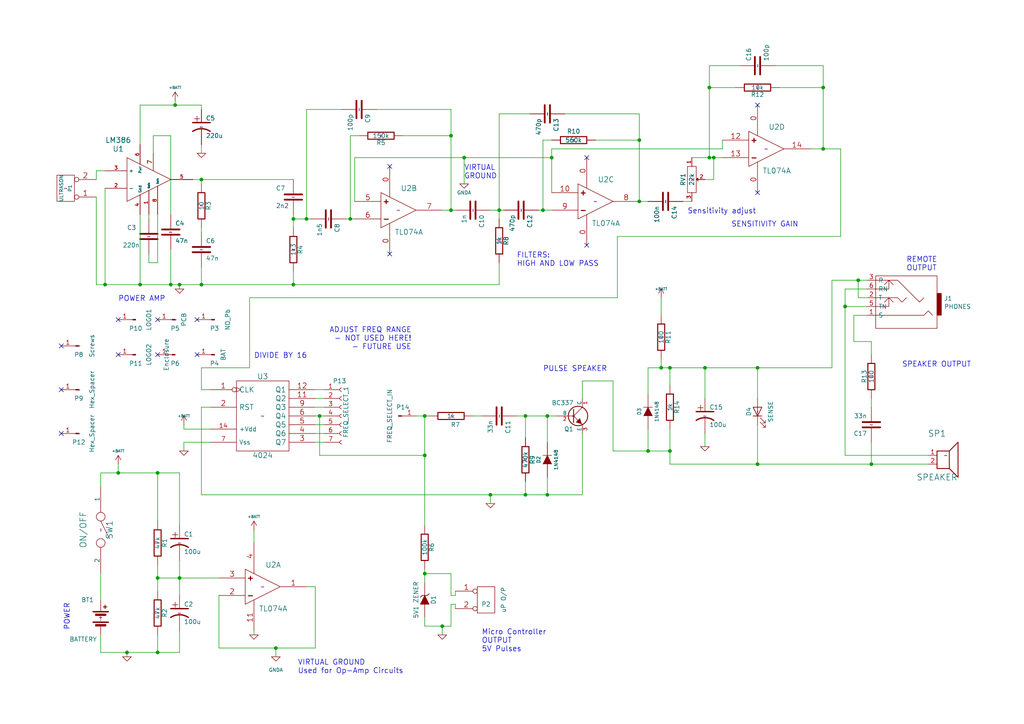
<source format=kicad_sch>
(kicad_sch (version 20231120) (generator "eeschema") (generator_version "8.0")
  (paper "A4")
  (title_block (title "Bat Listener Schematic") (date "2019-11-24") (rev "4") (company "The Curious Electric Company"))
  (junction (at 130.81 60.96))
  (junction (at 85.09 82.55))
  (junction (at 45.72 189.23))
  (junction (at 158.75 120.65))
  (junction (at 101.6 63.5))
  (junction (at 219.71 106.68))
  (junction (at 245.11 88.9))
  (junction (at 152.4 143.51))
  (junction (at 219.71 134.62))
  (junction (at 52.07 167.64))
  (junction (at 194.31 106.68))
  (junction (at 45.72 167.64))
  (junction (at 152.4 120.65))
  (junction (at 40.64 82.55))
  (junction (at 92.71 120.65))
  (junction (at 142.24 143.51))
  (junction (at 52.07 82.55))
  (junction (at 85.09 63.5))
  (junction (at 187.96 130.81))
  (junction (at 207.01 45.72))
  (junction (at 158.75 143.51))
  (junction (at 248.92 81.28))
  (junction (at 204.47 106.68))
  (junction (at 191.77 106.68))
  (junction (at 160.02 45.72))
  (junction (at 144.78 60.96))
  (junction (at 45.72 137.16))
  (junction (at 88.9 63.5))
  (junction (at 128.27 181.61))
  (junction (at 58.42 82.55))
  (junction (at 134.62 45.72))
  (junction (at 252.73 134.62))
  (junction (at 130.81 39.37))
  (junction (at 80.01 187.96))
  (junction (at 205.74 45.72))
  (junction (at 36.83 189.23))
  (junction (at 49.53 82.55))
  (junction (at 185.42 40.64))
  (junction (at 205.74 25.4))
  (junction (at 123.19 166.37))
  (junction (at 194.31 130.81))
  (junction (at 58.42 52.07))
  (junction (at 185.42 58.42))
  (junction (at 123.19 120.65))
  (junction (at 50.8 30.48))
  (junction (at 123.19 132.08))
  (junction (at 34.29 137.16))
  (junction (at 30.48 82.55))
  (junction (at 238.76 25.4))
  (junction (at 157.48 60.96))
  (junction (at 238.76 43.18))
  (no_connect (at 57.15 102.87))
  (no_connect (at 17.78 113.03))
  (no_connect (at 17.78 100.33))
  (no_connect (at 219.71 55.88))
  (no_connect (at 170.18 71.12))
  (no_connect (at 34.29 92.71))
  (no_connect (at 57.15 92.71))
  (no_connect (at 113.03 48.26))
  (no_connect (at 219.71 30.48))
  (no_connect (at 34.29 102.87))
  (no_connect (at 17.78 125.73))
  (no_connect (at 45.72 92.71))
  (no_connect (at 113.03 73.66))
  (no_connect (at 170.18 45.72))
  (no_connect (at 45.72 102.87))
  (wire (pts (xy 27.94 82.55) (xy 27.94 57.15)))
  (wire (pts (xy 88.9 63.5) (xy 85.09 63.5)))
  (wire (pts (xy 30.48 82.55) (xy 40.64 82.55)))
  (wire (pts (xy 200.66 45.72) (xy 205.74 45.72)))
  (wire (pts (xy 130.81 175.26) (xy 132.08 175.26)))
  (wire (pts (xy 177.8 130.81) (xy 187.96 130.81)))
  (wire (pts (xy 44.45 44.45) (xy 44.45 39.37)))
  (wire (pts (xy 91.44 123.19) (xy 93.98 123.19)))
  (wire (pts (xy 205.74 25.4) (xy 205.74 45.72)))
  (wire (pts (xy 205.74 19.05) (xy 205.74 25.4)))
  (wire (pts (xy 130.81 39.37) (xy 130.81 60.96)))
  (wire (pts (xy 58.42 82.55) (xy 85.09 82.55)))
  (wire (pts (xy 132.08 60.96) (xy 130.81 60.96)))
  (wire (pts (xy 185.42 40.64) (xy 172.72 40.64)))
  (wire (pts (xy 194.31 134.62) (xy 219.71 134.62)))
  (wire (pts (xy 58.42 143.51) (xy 142.24 143.51)))
  (wire (pts (xy 34.29 137.16) (xy 29.21 137.16)))
  (wire (pts (xy 132.08 175.26) (xy 132.08 176.53)))
  (wire (pts (xy 52.07 167.64) (xy 63.5 167.64)))
  (wire (pts (xy 45.72 76.2) (xy 43.18 76.2)))
  (wire (pts (xy 168.91 115.57) (xy 168.91 110.49)))
  (wire (pts (xy 45.72 137.16) (xy 45.72 151.13)))
  (wire (pts (xy 52.07 167.64) (xy 52.07 162.56)))
  (wire (pts (xy 44.45 39.37) (xy 49.53 39.37)))
  (wire (pts (xy 191.77 104.14) (xy 191.77 106.68)))
  (wire (pts (xy 185.42 33.02) (xy 185.42 40.64)))
  (wire (pts (xy 241.3 106.68) (xy 219.71 106.68)))
  (wire (pts (xy 152.4 139.7) (xy 152.4 143.51)))
  (wire (pts (xy 58.42 30.48) (xy 58.42 31.75)))
  (wire (pts (xy 104.14 39.37) (xy 101.6 39.37)))
  (wire (pts (xy 72.39 86.36) (xy 179.07 86.36)))
  (wire (pts (xy 207.01 45.72) (xy 207.01 52.07)))
  (wire (pts (xy 34.29 137.16) (xy 34.29 134.62)))
  (wire (pts (xy 205.74 25.4) (xy 213.36 25.4)))
  (wire (pts (xy 209.55 40.64) (xy 209.55 43.18)))
  (wire (pts (xy 248.92 86.36) (xy 248.92 81.28)))
  (wire (pts (xy 60.96 124.46) (xy 53.34 124.46)))
  (wire (pts (xy 63.5 172.72) (xy 63.5 187.96)))
  (wire (pts (xy 142.24 143.51) (xy 152.4 143.51)))
  (wire (pts (xy 207.01 45.72) (xy 209.55 45.72)))
  (wire (pts (xy 163.83 33.02) (xy 185.42 33.02)))
  (wire (pts (xy 52.07 137.16) (xy 45.72 137.16)))
  (wire (pts (xy 144.78 60.96) (xy 144.78 63.5)))
  (wire (pts (xy 52.07 83.82) (xy 52.07 82.55)))
  (wire (pts (xy 219.71 134.62) (xy 252.73 134.62)))
  (wire (pts (xy 109.22 31.75) (xy 130.81 31.75)))
  (wire (pts (xy 157.48 40.64) (xy 157.48 60.96)))
  (wire (pts (xy 247.65 99.06) (xy 247.65 91.44)))
  (wire (pts (xy 245.11 83.82) (xy 245.11 88.9)))
  (wire (pts (xy 142.24 146.05) (xy 142.24 143.51)))
  (wire (pts (xy 53.34 124.46) (xy 53.34 123.19)))
  (wire (pts (xy 156.21 60.96) (xy 157.48 60.96)))
  (wire (pts (xy 142.24 60.96) (xy 144.78 60.96)))
  (wire (pts (xy 245.11 88.9) (xy 251.46 88.9)))
  (wire (pts (xy 90.17 63.5) (xy 88.9 63.5)))
  (wire (pts (xy 91.44 170.18) (xy 88.9 170.18)))
  (wire (pts (xy 252.73 128.27) (xy 252.73 134.62)))
  (wire (pts (xy 85.09 63.5) (xy 85.09 62.23)))
  (wire (pts (xy 92.71 132.08) (xy 123.19 132.08)))
  (wire (pts (xy 252.73 102.87) (xy 252.73 99.06)))
  (wire (pts (xy 49.53 82.55) (xy 52.07 82.55)))
  (wire (pts (xy 194.31 106.68) (xy 204.47 106.68)))
  (wire (pts (xy 123.19 181.61) (xy 128.27 181.61)))
  (wire (pts (xy 187.96 124.46) (xy 187.96 130.81)))
  (wire (pts (xy 45.72 163.83) (xy 45.72 167.64)))
  (wire (pts (xy 160.02 45.72) (xy 134.62 45.72)))
  (wire (pts (xy 45.72 189.23) (xy 45.72 184.15)))
  (wire (pts (xy 187.96 130.81) (xy 194.31 130.81)))
  (wire (pts (xy 27.94 52.07) (xy 27.94 49.53)))
  (wire (pts (xy 85.09 66.04) (xy 85.09 63.5)))
  (wire (pts (xy 248.92 81.28) (xy 251.46 81.28)))
  (wire (pts (xy 198.12 58.42) (xy 200.66 58.42)))
  (wire (pts (xy 123.19 165.1) (xy 123.19 166.37)))
  (wire (pts (xy 153.67 33.02) (xy 144.78 33.02)))
  (wire (pts (xy 123.19 132.08) (xy 123.19 120.65)))
  (wire (pts (xy 29.21 184.15) (xy 29.21 189.23)))
  (wire (pts (xy 101.6 63.5) (xy 102.87 63.5)))
  (wire (pts (xy 99.06 31.75) (xy 88.9 31.75)))
  (wire (pts (xy 85.09 82.55) (xy 85.09 78.74)))
  (wire (pts (xy 194.31 134.62) (xy 194.31 130.81)))
  (wire (pts (xy 91.44 120.65) (xy 92.71 120.65)))
  (wire (pts (xy 219.71 123.19) (xy 219.71 134.62)))
  (wire (pts (xy 91.44 115.57) (xy 93.98 115.57)))
  (wire (pts (xy 52.07 82.55) (xy 58.42 82.55)))
  (wire (pts (xy 58.42 52.07) (xy 85.09 52.07)))
  (wire (pts (xy 40.64 30.48) (xy 50.8 30.48)))
  (wire (pts (xy 251.46 86.36) (xy 248.92 86.36)))
  (wire (pts (xy 179.07 86.36) (xy 179.07 68.58)))
  (wire (pts (xy 152.4 127) (xy 152.4 120.65)))
  (wire (pts (xy 49.53 82.55) (xy 49.53 72.39)))
  (wire (pts (xy 100.33 63.5) (xy 101.6 63.5)))
  (wire (pts (xy 45.72 167.64) (xy 52.07 167.64)))
  (wire (pts (xy 58.42 67.31) (xy 58.42 66.04)))
  (wire (pts (xy 234.95 43.18) (xy 238.76 43.18)))
  (wire (pts (xy 88.9 31.75) (xy 88.9 63.5)))
  (wire (pts (xy 238.76 43.18) (xy 243.84 43.18)))
  (wire (pts (xy 130.81 181.61) (xy 130.81 175.26)))
  (wire (pts (xy 58.42 44.45) (xy 58.42 41.91)))
  (wire (pts (xy 252.73 99.06) (xy 247.65 99.06)))
  (wire (pts (xy 40.64 82.55) (xy 49.53 82.55)))
  (wire (pts (xy 177.8 110.49) (xy 177.8 130.81)))
  (wire (pts (xy 102.87 45.72) (xy 102.87 58.42)))
  (wire (pts (xy 73.66 153.67) (xy 73.66 157.48)))
  (wire (pts (xy 251.46 91.44) (xy 247.65 91.44)))
  (wire (pts (xy 123.19 166.37) (xy 123.19 168.91)))
  (wire (pts (xy 205.74 45.72) (xy 207.01 45.72)))
  (wire (pts (xy 58.42 77.47) (xy 58.42 82.55)))
  (wire (pts (xy 43.18 63.5) (xy 43.18 62.23)))
  (wire (pts (xy 58.42 106.68) (xy 72.39 106.68)))
  (wire (pts (xy 194.31 111.76) (xy 194.31 106.68)))
  (wire (pts (xy 29.21 137.16) (xy 29.21 140.97)))
  (wire (pts (xy 92.71 120.65) (xy 92.71 132.08)))
  (wire (pts (xy 36.83 190.5) (xy 36.83 189.23)))
  (wire (pts (xy 29.21 166.37) (xy 29.21 173.99)))
  (wire (pts (xy 80.01 190.5) (xy 80.01 187.96)))
  (wire (pts (xy 168.91 125.73) (xy 168.91 143.51)))
  (wire (pts (xy 130.81 31.75) (xy 130.81 39.37)))
  (wire (pts (xy 226.06 25.4) (xy 238.76 25.4)))
  (wire (pts (xy 252.73 134.62) (xy 269.24 134.62)))
  (wire (pts (xy 91.44 125.73) (xy 93.98 125.73)))
  (wire (pts (xy 50.8 29.21) (xy 50.8 30.48)))
  (wire (pts (xy 158.75 143.51) (xy 152.4 143.51)))
  (wire (pts (xy 27.94 82.55) (xy 30.48 82.55)))
  (wire (pts (xy 58.42 118.11) (xy 60.96 118.11)))
  (wire (pts (xy 243.84 68.58) (xy 243.84 43.18)))
  (wire (pts (xy 80.01 187.96) (xy 91.44 187.96)))
  (wire (pts (xy 91.44 187.96) (xy 91.44 170.18)))
  (wire (pts (xy 53.34 130.81) (xy 53.34 128.27)))
  (wire (pts (xy 52.07 182.88) (xy 52.07 189.23)))
  (wire (pts (xy 123.19 152.4) (xy 123.19 132.08)))
  (wire (pts (xy 152.4 120.65) (xy 158.75 120.65)))
  (wire (pts (xy 130.81 60.96) (xy 128.27 60.96)))
  (wire (pts (xy 55.88 52.07) (xy 58.42 52.07)))
  (wire (pts (xy 40.64 41.91) (xy 40.64 30.48)))
  (wire (pts (xy 132.08 172.72) (xy 130.81 172.72)))
  (wire (pts (xy 185.42 58.42) (xy 187.96 58.42)))
  (wire (pts (xy 248.92 81.28) (xy 241.3 81.28)))
  (wire (pts (xy 120.65 120.65) (xy 123.19 120.65)))
  (wire (pts (xy 58.42 118.11) (xy 58.42 143.51)))
  (wire (pts (xy 245.11 88.9) (xy 245.11 132.08)))
  (wire (pts (xy 219.71 115.57) (xy 219.71 106.68)))
  (wire (pts (xy 45.72 137.16) (xy 34.29 137.16)))
  (wire (pts (xy 52.07 152.4) (xy 52.07 137.16)))
  (wire (pts (xy 191.77 106.68) (xy 194.31 106.68)))
  (wire (pts (xy 158.75 120.65) (xy 161.29 120.65)))
  (wire (pts (xy 101.6 39.37) (xy 101.6 63.5)))
  (wire (pts (xy 204.47 129.54) (xy 204.47 125.73)))
  (wire (pts (xy 224.79 19.05) (xy 238.76 19.05)))
  (wire (pts (xy 204.47 106.68) (xy 204.47 115.57)))
  (wire (pts (xy 52.07 189.23) (xy 45.72 189.23)))
  (wire (pts (xy 30.48 54.61) (xy 30.48 82.55)))
  (wire (pts (xy 63.5 187.96) (xy 80.01 187.96)))
  (wire (pts (xy 168.91 143.51) (xy 158.75 143.51)))
  (wire (pts (xy 144.78 33.02) (xy 144.78 60.96)))
  (wire (pts (xy 160.02 55.88) (xy 160.02 45.72)))
  (wire (pts (xy 52.07 172.72) (xy 52.07 167.64)))
  (wire (pts (xy 160.02 40.64) (xy 157.48 40.64)))
  (wire (pts (xy 130.81 166.37) (xy 123.19 166.37)))
  (wire (pts (xy 252.73 118.11) (xy 252.73 115.57)))
  (wire (pts (xy 204.47 106.68) (xy 219.71 106.68)))
  (wire (pts (xy 91.44 113.03) (xy 93.98 113.03)))
  (wire (pts (xy 144.78 82.55) (xy 144.78 76.2)))
  (wire (pts (xy 251.46 83.82) (xy 245.11 83.82)))
  (wire (pts (xy 207.01 52.07) (xy 204.47 52.07)))
  (wire (pts (xy 91.44 128.27) (xy 93.98 128.27)))
  (wire (pts (xy 137.16 120.65) (xy 139.7 120.65)))
  (wire (pts (xy 123.19 120.65) (xy 124.46 120.65)))
  (wire (pts (xy 158.75 128.27) (xy 158.75 120.65)))
  (wire (pts (xy 238.76 25.4) (xy 238.76 43.18)))
  (wire (pts (xy 134.62 45.72) (xy 102.87 45.72)))
  (wire (pts (xy 123.19 179.07) (xy 123.19 181.61)))
  (wire (pts (xy 58.42 113.03) (xy 58.42 106.68)))
  (wire (pts (xy 160.02 45.72) (xy 160.02 43.18)))
  (wire (pts (xy 144.78 60.96) (xy 146.05 60.96)))
  (wire (pts (xy 128.27 181.61) (xy 130.81 181.61)))
  (wire (pts (xy 168.91 110.49) (xy 177.8 110.49)))
  (wire (pts (xy 160.02 43.18) (xy 209.55 43.18)))
  (wire (pts (xy 238.76 19.05) (xy 238.76 25.4)))
  (wire (pts (xy 187.96 106.68) (xy 191.77 106.68)))
  (wire (pts (xy 194.31 130.81) (xy 194.31 124.46)))
  (wire (pts (xy 27.94 49.53) (xy 30.48 49.53)))
  (wire (pts (xy 72.39 106.68) (xy 72.39 86.36)))
  (wire (pts (xy 50.8 30.48) (xy 58.42 30.48)))
  (wire (pts (xy 49.53 39.37) (xy 49.53 62.23)))
  (wire (pts (xy 91.44 118.11) (xy 93.98 118.11)))
  (wire (pts (xy 45.72 189.23) (xy 36.83 189.23)))
  (wire (pts (xy 241.3 81.28) (xy 241.3 106.68)))
  (wire (pts (xy 245.11 132.08) (xy 269.24 132.08)))
  (wire (pts (xy 157.48 60.96) (xy 160.02 60.96)))
  (wire (pts (xy 191.77 91.44) (xy 191.77 86.36)))
  (wire (pts (xy 85.09 82.55) (xy 144.78 82.55)))
  (wire (pts (xy 132.08 172.72) (xy 132.08 171.45)))
  (wire (pts (xy 214.63 19.05) (xy 205.74 19.05)))
  (wire (pts (xy 40.64 62.23) (xy 40.64 82.55)))
  (wire (pts (xy 179.07 68.58) (xy 243.84 68.58)))
  (wire (pts (xy 134.62 45.72) (xy 134.62 53.34)))
  (wire (pts (xy 53.34 128.27) (xy 60.96 128.27)))
  (wire (pts (xy 36.83 189.23) (xy 29.21 189.23)))
  (wire (pts (xy 45.72 62.23) (xy 45.72 76.2)))
  (wire (pts (xy 45.72 167.64) (xy 45.72 171.45)))
  (wire (pts (xy 128.27 184.15) (xy 128.27 181.61)))
  (wire (pts (xy 158.75 138.43) (xy 158.75 143.51)))
  (wire (pts (xy 58.42 52.07) (xy 58.42 53.34)))
  (wire (pts (xy 149.86 120.65) (xy 152.4 120.65)))
  (wire (pts (xy 43.18 76.2) (xy 43.18 73.66)))
  (wire (pts (xy 92.71 120.65) (xy 93.98 120.65)))
  (wire (pts (xy 116.84 39.37) (xy 130.81 39.37)))
  (wire (pts (xy 185.42 40.64) (xy 185.42 58.42)))
  (wire (pts (xy 58.42 113.03) (xy 60.96 113.03)))
  (wire (pts (xy 73.66 184.15) (xy 73.66 182.88)))
  (wire (pts (xy 130.81 172.72) (xy 130.81 166.37)))
  (wire (pts (xy 187.96 114.3) (xy 187.96 106.68)))
  (text "REMOTE\nOUTPUT" (at 262.89 78.74 0) (effects (font (size 1.524 1.524)) (justify left bottom)))
  (text "PULSE SPEAKER" (at 157.48 107.95 0) (effects (font (size 1.524 1.524)) (justify left bottom)))
  (text "POWER AMP" (at 34.29 87.63 0) (effects (font (size 1.524 1.524)) (justify left bottom)))
  (text "POWER" (at 20.32 182.88 90) (effects (font (size 1.524 1.524)) (justify left bottom)))
  (text "Micro Controller\nOUTPUT\n5V Pulses" (at 139.7 189.23 0) (effects (font (size 1.524 1.524)) (justify left bottom)))
  (text "Sensitivity adjust" (at 199.39 62.23 0) (effects (font (size 1.524 1.524)) (justify left bottom)))
  (text "VIRTUAL GROUND\nUsed for Op-Amp Circuits" (at 86.36 195.58 0) (effects (font (size 1.524 1.524)) (justify left bottom)))
  (text "VIRTUAL \nGROUND" (at 134.62 52.07 0) (effects (font (size 1.524 1.524)) (justify left bottom)))
  (text "SENSITIVITY GAIN" (at 212.09 66.04 0) (effects (font (size 1.524 1.524)) (justify left bottom)))
  (text "DIVIDE BY 16" (at 73.66 104.14 0) (effects (font (size 1.524 1.524)) (justify left bottom)))
  (text "FILTERS:\nHIGH AND LOW PASS" (at 149.86 77.47 0) (effects (font (size 1.524 1.524)) (justify left bottom)))
  (text "ADJUST FREQ RANGE\n- NOT USED HERE!\n- FUTURE USE" (at 119.38 101.6 0) (effects (font (size 1.524 1.524)) (justify right bottom)))
  (text "SPEAKER OUTPUT" (at 261.62 106.68 0) (effects (font (size 1.524 1.524)) (justify left bottom)))
  (symbol (lib_name "matts_components:TL074A") (lib_id "matts_components:TL074A") (at 115.57 60.96 0) (unit 2)
    (property "Reference" "U2" (at 118.618 54.61 0) (effects (font (size 1.524 1.524))))
    (property "Value" "TL074A" (at 118.618 67.31 0) (effects (font (size 1.524 1.524))))
    (property "Footprint" "REInnovationFootprint:DIP-14__300_ELL_lg_pad" (effects (hide yes)))
    (property "Datasheet" "https://www.rapidonline.com/pdf/82-0054_v1.pdf" (effects (hide yes)))
    (property "Notes" "~" (at 115.57 60.96 0) (effects (font (size 1.524 1.524))))
    (property "Description" "Quad Op-Amp Bi-FET" (effects (hide yes)))
    (property "Manufacturer" "Texas Instruments" (effects (hide yes)))
    (property "Manufacturer Part No" "TL074CN" (effects (hide yes)))
    (property "Supplier 1" "Rapid" (effects (hide yes)))
    (property "Supplier 1 Part No" "82-0054" (effects (hide yes)))
    (property "Supplier 1 Cost" "0.559" (effects (hide yes)))
  )
  (symbol (lib_id "matts_components:C") (at 49.53 67.31 0) (unit 1)
    (property "Reference" "C4" (at 50.8 64.77 0) (effects (justify left)))
    (property "Value" "47n" (at 50.8 69.85 0) (effects (justify left)))
    (property "Footprint" "REInnovationFootprint:C1_wide_lg_pad" (effects (hide yes)))
    (property "Notes" "~" (at 49.53 67.31 0) (effects (font (size 1.524 1.524))))
    (property "Supplier 1" "Rapid" (effects (hide yes)))
    (property "Supplier 1 Part No" "10-3258" (effects (hide yes)))
    (property "Supplier 1 Cost" "0.05" (effects (hide yes)))
  )
  (symbol (lib_id "matts_components:C") (at 85.09 57.15 0) (unit 1)
    (property "Reference" "C7" (at 80.01 54.61 0) (effects (justify left)))
    (property "Value" "2n2" (at 80.01 59.69 0) (effects (justify left)))
    (property "Footprint" "REInnovationFootprint:C1_wide_lg_pad" (effects (hide yes)))
    (property "Notes" "~" (at 85.09 57.15 0) (effects (font (size 1.524 1.524))))
    (property "Supplier 1" "Rapid" (effects (hide yes)))
    (property "Supplier 1 Part No" "10-3244" (effects (hide yes)))
    (property "Supplier 1 Cost" "0.05" (effects (hide yes)))
  )
  (symbol (lib_id "matts_components:C") (at 95.25 63.5 270) (unit 1)
    (property "Reference" "C8" (at 97.79 64.77 0) (effects (justify left)))
    (property "Value" "1n5" (at 92.71 64.77 0) (effects (justify left)))
    (property "Footprint" "REInnovationFootprint:C1_wide_lg_pad" (effects (hide yes)))
    (property "Notes" "~" (at 95.25 63.5 0) (effects (font (size 1.524 1.524))))
    (property "Supplier 1" "Rapid" (effects (hide yes)))
    (property "Supplier 1 Part No" "11-3414" (effects (hide yes)))
    (property "Supplier 1 Cost" "0.07" (effects (hide yes)))
  )
  (symbol (lib_id "matts_components:C") (at 43.18 68.58 0) (unit 1)
    (property "Reference" "C3" (at 36.83 66.04 0) (effects (justify left)))
    (property "Value" "220n" (at 35.56 71.12 0) (effects (justify left)))
    (property "Footprint" "REInnovationFootprint:C1_wide_lg_pad" (effects (hide yes)))
    (property "Notes" "~" (at 43.18 68.58 0) (effects (font (size 1.524 1.524))))
    (property "Supplier 1" "Rapid" (effects (hide yes)))
    (property "Supplier 1 Part No" "10-3264" (effects (hide yes)))
    (property "Supplier 1 Cost" "0.03" (effects (hide yes)))
  )
  (symbol (lib_id "matts_components:CP1") (at 52.07 157.48 0) (unit 1)
    (property "Reference" "C1" (at 53.34 154.94 0) (effects (justify left)))
    (property "Value" "100u" (at 53.34 160.02 0) (effects (justify left)))
    (property "Footprint" "REInnovationFootprint:C_1V7_TH" (effects (hide yes)))
    (property "Notes" "~" (at 52.07 157.48 0) (effects (font (size 1.524 1.524))))
    (property "Supplier 1" "Rapid" (effects (hide yes)))
    (property "Supplier 1 Part No" "11-0875" (effects (hide yes)))
    (property "Supplier 1 Cost" "0.10" (effects (hide yes)))
  )
  (symbol (lib_id "matts_components:CP1") (at 58.42 36.83 0) (unit 1)
    (property "Reference" "C5" (at 59.69 34.29 0) (effects (justify left)))
    (property "Value" "220u" (at 59.69 39.37 0) (effects (justify left)))
    (property "Footprint" "REInnovationFootprint:C_1V7_TH" (effects (hide yes)))
    (property "Notes" "~" (at 58.42 36.83 0) (effects (font (size 1.524 1.524))))
    (property "Supplier 1" "Rapid" (effects (hide yes)))
    (property "Supplier 1 Part No" "11-3511" (effects (hide yes)))
    (property "Supplier 1 Cost" "0.04" (effects (hide yes)))
  )
  (symbol (lib_id "Device:Battery") (at 29.21 179.07 0) (unit 1)
    (property "Reference" "BT1" (at 25.4 173.99 0))
    (property "Value" "BATTERY" (at 24.13 185.42 0))
    (property "Footprint" "REInnovationFootprint:Batt_Connector_Strain_Relief" (effects (hide yes)))
    (property "Notes" "~" (at 29.21 179.07 0) (effects (font (size 1.524 1.524))))
    (property "Description" "PP3 Connector" (effects (hide yes)))
    (property "Supplier 1" "AliExpress" (effects (hide yes)))
    (property "Supplier 1 Cost" "0.052" (effects (hide yes)))
  )
  (symbol (lib_id "matts_components:SPST") (at 29.21 153.67 270) (unit 1)
    (property "Reference" "SW1" (at 31.75 153.67 0) (effects (font (size 1.778 1.778))))
    (property "Value" "ON/OFF" (at 24.13 153.67 0) (effects (font (size 1.778 1.778))))
    (property "Footprint" "reinnovation-footprints:SW_SPDT_R_Angle_ALIEX" (effects (hide yes)))
    (property "Notes" "~" (at 29.21 153.67 0) (effects (font (size 1.524 1.524))))
    (property "Description" "Right Angle On/Off Slide Switch" (effects (hide yes)))
    (property "Supplier 1" "Ali Express" (effects (hide yes)))
    (property "Supplier 1 Cost" "0.06155" (effects (hide yes)))
  )
  (symbol (lib_id "matts_components:DIODE") (at 158.75 133.35 90) (unit 1)
    (property "Reference" "D2" (at 156.21 133.35 0) (effects (font (size 1.016 1.016))))
    (property "Value" "1N4148" (at 161.29 133.35 0) (effects (font (size 1.016 1.016))))
    (property "Footprint" "REInnovationFootprint:TH_Diode_1" (effects (hide yes)))
    (property "Notes" "~" (at 158.75 133.35 0) (effects (font (size 1.524 1.524))))
    (property "Supplier 1" "Rapid" (effects (hide yes)))
    (property "Supplier 1 Part No" "47-3309" (effects (hide yes)))
    (property "Supplier 1 Cost" "0.10" (effects (hide yes)))
  )
  (symbol (lib_id "Device:Speaker") (at 274.32 132.08 0) (unit 1)
    (property "Reference" "SP1" (at 271.78 125.73 0) (effects (font (size 1.778 1.778))))
    (property "Value" "SPEAKER" (at 271.78 138.43 0) (effects (font (size 1.778 1.778))))
    (property "Footprint" "reinnovation-footprints:TH_SPEAKER_36mm" (effects (hide yes)))
    (property "Notes" "~" (at 274.32 132.08 0) (effects (font (size 1.524 1.524))))
    (property "Description" "0.5W 8 ohm 36mm Speaker" (effects (hide yes)))
    (property "Supplier 1" "AliExpress" (effects (hide yes)))
    (property "Supplier 1 Cost" "0.1891" (effects (hide yes)))
  )
  (symbol (lib_id "matts_components:CONN_2") (at 19.05 54.61 180) (unit 1)
    (property "Reference" "P1" (at 20.32 54.61 90) (effects (font (size 1.016 1.016))))
    (property "Value" "ULTRASON" (at 17.78 54.61 90) (effects (font (size 1.016 1.016))))
    (property "Footprint" "reinnovation-footprints:TH_Ultra_sonic_Rx" (effects (hide yes)))
    (property "Notes" "~" (at 19.05 54.61 0) (effects (font (size 1.524 1.524))))
    (property "Description" "40kHz Ultrasonic Rx" (effects (hide yes)))
    (property "Supplier 1" "AliExpress" (effects (hide yes)))
    (property "Supplier 1 Cost" "0.70" (effects (hide yes)))
    (property "Supplier 2" "Rapid" (effects (hide yes)))
    (property "Supplier 2 Part No" "35-0180" (effects (hide yes)))
    (property "Supplier 2 Cost" "1.79" (effects (hide yes)))
  )
  (symbol (lib_id "matts_components:R") (at 58.42 59.69 0) (unit 1)
    (property "Reference" "R3" (at 60.452 59.69 90))
    (property "Value" "10" (at 58.42 59.69 90))
    (property "Footprint" "REInnovationFootprint:TH_Resistor_1" (effects (hide yes)))
    (property "Notes" "~" (at 58.42 59.69 0) (effects (font (size 1.524 1.524))))
    (property "Supplier 1" "Rapid" (effects (hide yes)))
    (property "Supplier 1 Part No" "62-0712" (effects (hide yes)))
    (property "Supplier 1 Cost" "0.02" (effects (hide yes)))
  )
  (symbol (lib_id "power:+BATT") (at 50.8 29.21 0) (unit 1)
    (property "Reference" "#PWR013" (effects (hide yes)))
    (property "Value" "+BATT" (at 50.8 25.4 0) (effects (font (size 0.762 0.762))))
  )
  (symbol (lib_id "power:+BATT") (at 34.29 134.62 0) (unit 1)
    (property "Reference" "#PWR012" (effects (hide yes)))
    (property "Value" "+BATT" (at 34.29 130.81 0) (effects (font (size 0.762 0.762))))
  )
  (symbol (lib_id "matts_components:GND") (at 36.83 190.5 0) (unit 1)
    (property "Reference" "#PWR011" (effects (hide yes)))
    (property "Value" "GND" (effects (hide yes)))
  )
  (symbol (lib_id "matts_components:GND") (at 52.07 83.82 0) (unit 1)
    (property "Reference" "#PWR010" (effects (hide yes)))
    (property "Value" "GND" (effects (hide yes)))
  )
  (symbol (lib_id "matts_components:GNDA") (at 134.62 53.34 0) (unit 1)
    (property "Reference" "#PWR09" (effects (hide yes)))
    (property "Value" "GNDA" (at 134.62 55.88 0) (effects (font (size 1.016 1.016))))
  )
  (symbol (lib_id "matts_components:R") (at 85.09 72.39 0) (unit 1)
    (property "Reference" "R4" (at 87.122 72.39 90))
    (property "Value" "1k3" (at 85.09 72.39 90))
    (property "Footprint" "REInnovationFootprint:TH_Resistor_1" (effects (hide yes)))
    (property "Notes" "~" (at 85.09 72.39 0) (effects (font (size 1.524 1.524))))
    (property "Supplier 1" "Rapid" (effects (hide yes)))
    (property "Supplier 1 Part No" "62-0832" (effects (hide yes)))
    (property "Supplier 1 Cost" "0.02" (effects (hide yes)))
  )
  (symbol (lib_id "matts_components:GND") (at 58.42 44.45 0) (unit 1)
    (property "Reference" "#PWR08" (effects (hide yes)))
    (property "Value" "GND" (effects (hide yes)))
  )
  (symbol (lib_id "matts_components:R") (at 110.49 39.37 270) (unit 1)
    (property "Reference" "R5" (at 110.49 41.402 90))
    (property "Value" "150k" (at 110.49 39.37 90))
    (property "Footprint" "REInnovationFootprint:TH_Resistor_1" (effects (hide yes)))
    (property "Notes" "~" (at 110.49 39.37 0) (effects (font (size 1.524 1.524))))
    (property "Supplier 1" "Rapid" (effects (hide yes)))
    (property "Supplier 1 Part No" "62-0974" (effects (hide yes)))
    (property "Supplier 1 Cost" "0.02" (effects (hide yes)))
  )
  (symbol (lib_id "matts_components:C") (at 104.14 31.75 270) (unit 1)
    (property "Reference" "C9" (at 106.68 33.02 0) (effects (justify left)))
    (property "Value" "100p" (at 101.6 33.02 0) (effects (justify left)))
    (property "Footprint" "REInnovationFootprint:C1_lg_pad" (effects (hide yes)))
    (property "Notes" "~" (at 104.14 31.75 0) (effects (font (size 1.524 1.524))))
    (property "Supplier 1" "Rapid" (effects (hide yes)))
    (property "Supplier 1 Part No" "08-0140" (effects (hide yes)))
    (property "Supplier 1 Cost" "0.002" (effects (hide yes)))
  )
  (symbol (lib_id "power:+BATT") (at 73.66 153.67 0) (unit 1)
    (property "Reference" "#PWR07" (effects (hide yes)))
    (property "Value" "+BATT" (at 73.66 149.86 0) (effects (font (size 0.762 0.762))))
  )
  (symbol (lib_id "matts_components:C") (at 151.13 60.96 270) (unit 1)
    (property "Reference" "C12" (at 153.67 62.23 0) (effects (justify left)))
    (property "Value" "470p" (at 148.59 62.23 0) (effects (justify left)))
    (property "Footprint" "REInnovationFootprint:C1_lg_pad" (effects (hide yes)))
    (property "Notes" "~" (at 151.13 60.96 0) (effects (font (size 1.524 1.524))))
    (property "Supplier 1" "Rapid" (effects (hide yes)))
    (property "Supplier 1 Part No" "08-0180" (effects (hide yes)))
    (property "Supplier 1 Cost" "0.01" (effects (hide yes)))
  )
  (symbol (lib_id "matts_components:C") (at 137.16 60.96 270) (unit 1)
    (property "Reference" "C10" (at 139.7 62.23 0) (effects (justify left)))
    (property "Value" "1n" (at 134.62 62.23 0) (effects (justify left)))
    (property "Footprint" "REInnovationFootprint:C1_wide_lg_pad" (effects (hide yes)))
    (property "Notes" "~" (at 137.16 60.96 0) (effects (font (size 1.524 1.524))))
    (property "Supplier 1" "Rapid" (effects (hide yes)))
    (property "Supplier 1 Part No" "10-3240" (effects (hide yes)))
    (property "Supplier 1 Cost" "0.05" (effects (hide yes)))
  )
  (symbol (lib_id "matts_components:R") (at 144.78 69.85 0) (unit 1)
    (property "Reference" "R8" (at 146.812 69.85 90))
    (property "Value" "1k" (at 144.78 69.85 90))
    (property "Footprint" "REInnovationFootprint:TH_Resistor_1" (effects (hide yes)))
    (property "Notes" "~" (at 144.78 69.85 0) (effects (font (size 1.524 1.524))))
    (property "Supplier 1" "Rapid" (effects (hide yes)))
    (property "Supplier 1 Part No" "62-0825" (effects (hide yes)))
    (property "Supplier 1 Cost" "0.02" (effects (hide yes)))
  )
  (symbol (lib_id "matts_components:R") (at 166.37 40.64 270) (unit 1)
    (property "Reference" "R10" (at 166.37 38.1 90))
    (property "Value" "560k" (at 166.37 40.64 90))
    (property "Footprint" "REInnovationFootprint:TH_Resistor_1" (effects (hide yes)))
    (property "Notes" "~" (at 166.37 40.64 0) (effects (font (size 1.524 1.524))))
    (property "Supplier 1" "Rapid" (effects (hide yes)))
    (property "Supplier 1 Part No" "62-1002" (effects (hide yes)))
    (property "Supplier 1 Cost" "0.02" (effects (hide yes)))
  )
  (symbol (lib_id "matts_components:C") (at 193.04 58.42 270) (unit 1)
    (property "Reference" "C14" (at 195.58 59.69 0) (effects (justify left)))
    (property "Value" "100n" (at 190.5 59.69 0) (effects (justify left)))
    (property "Footprint" "REInnovationFootprint:C1_wide_lg_pad" (effects (hide yes)))
    (property "Notes" "~" (at 193.04 58.42 0) (effects (font (size 1.524 1.524))))
    (property "Supplier 1" "Rapid" (effects (hide yes)))
    (property "Supplier 1 Part No" "10-3260" (effects (hide yes)))
    (property "Supplier 1 Cost" "0.055" (effects (hide yes)))
  )
  (symbol (lib_id "matts_components:POT") (at 200.66 52.07 270) (unit 1)
    (property "Reference" "RV1" (at 198.12 52.07 0))
    (property "Value" "22k" (at 200.66 52.07 0))
    (property "Footprint" "reinnovation-footprints:TH_PRESET_Thumb_Side" (effects (hide yes)))
    (property "Notes" "~" (at 200.66 52.07 0) (effects (font (size 1.524 1.524))))
    (property "Description" "20k Variable Resistor " (effects (hide yes)))
    (property "Supplier 1" "AliExpress" (effects (hide yes)))
    (property "Supplier 1 Cost" "0.1468" (effects (hide yes)))
  )
  (symbol (lib_id "matts_components:C") (at 219.71 19.05 90) (unit 1)
    (property "Reference" "C16" (at 217.17 17.78 0) (effects (justify left)))
    (property "Value" "100p" (at 222.25 17.78 0) (effects (justify left)))
    (property "Footprint" "REInnovationFootprint:C1_lg_pad" (effects (hide yes)))
    (property "Notes" "~" (at 219.71 19.05 0) (effects (font (size 1.524 1.524))))
    (property "Supplier 1" "Rapid" (effects (hide yes)))
    (property "Supplier 1 Part No" "08-0140" (effects (hide yes)))
    (property "Supplier 1 Cost" "0.002" (effects (hide yes)))
  )
  (symbol (lib_id "matts_components:R") (at 219.71 25.4 270) (unit 1)
    (property "Reference" "R12" (at 219.71 27.432 90))
    (property "Value" "10k" (at 219.71 25.4 90))
    (property "Footprint" "REInnovationFootprint:TH_Resistor_1" (effects (hide yes)))
    (property "Notes" "~" (at 219.71 25.4 0) (effects (font (size 1.524 1.524))))
    (property "Supplier 1" "Rapid" (effects (hide yes)))
    (property "Supplier 1 Part No" "62-0897" (effects (hide yes)))
    (property "Supplier 1 Cost" "0.02" (effects (hide yes)))
  )
  (symbol (lib_id "matts_components:R") (at 45.72 157.48 0) (unit 1)
    (property "Reference" "R1" (at 47.752 157.48 90))
    (property "Value" "47k" (at 45.72 157.48 90))
    (property "Footprint" "REInnovationFootprint:TH_Resistor_1" (effects (hide yes)))
    (property "Notes" "~" (at 45.72 157.48 0) (effects (font (size 1.524 1.524))))
    (property "Supplier 1" "Rapid" (effects (hide yes)))
    (property "Supplier 1 Part No" "62-0942" (effects (hide yes)))
    (property "Supplier 1 Cost" "0.02" (effects (hide yes)))
  )
  (symbol (lib_id "matts_components:R") (at 45.72 177.8 0) (unit 1)
    (property "Reference" "R2" (at 47.752 177.8 90))
    (property "Value" "47k" (at 45.72 177.8 90))
    (property "Footprint" "REInnovationFootprint:TH_Resistor_1" (effects (hide yes)))
    (property "Notes" "~" (at 45.72 177.8 0) (effects (font (size 1.524 1.524))))
    (property "Supplier 1" "Rapid" (effects (hide yes)))
    (property "Supplier 1 Part No" "62-0942" (effects (hide yes)))
    (property "Supplier 1 Cost" "0.02" (effects (hide yes)))
  )
  (symbol (lib_id "matts_components:R") (at 191.77 97.79 0) (unit 1)
    (property "Reference" "R11" (at 193.802 97.79 90))
    (property "Value" "100" (at 191.77 97.79 90))
    (property "Footprint" "REInnovationFootprint:TH_Resistor_1" (effects (hide yes)))
    (property "Notes" "~" (at 191.77 97.79 0) (effects (font (size 1.524 1.524))))
    (property "Supplier 1" "Rapid" (effects (hide yes)))
    (property "Supplier 1 Part No" "62-0762" (effects (hide yes)))
    (property "Supplier 1 Cost" "0.02" (effects (hide yes)))
  )
  (symbol (lib_id "matts_components:R") (at 194.31 118.11 0) (unit 1)
    (property "Reference" "R14" (at 196.342 118.11 90))
    (property "Value" "1k" (at 194.31 118.11 90))
    (property "Footprint" "REInnovationFootprint:TH_Resistor_1" (effects (hide yes)))
    (property "Notes" "~" (at 194.31 118.11 0) (effects (font (size 1.524 1.524))))
    (property "Supplier 1" "Rapid" (effects (hide yes)))
    (property "Supplier 1 Part No" "62-0825" (effects (hide yes)))
    (property "Supplier 1 Cost" "0.02" (effects (hide yes)))
  )
  (symbol (lib_id "matts_components:R") (at 152.4 133.35 0) (unit 1)
    (property "Reference" "R9" (at 154.432 133.35 90))
    (property "Value" "470k" (at 152.4 133.35 90))
    (property "Footprint" "REInnovationFootprint:TH_Resistor_1" (effects (hide yes)))
    (property "Notes" "~" (at 152.4 133.35 0) (effects (font (size 1.524 1.524))))
    (property "Supplier 1" "Rapid" (effects (hide yes)))
    (property "Supplier 1 Part No" "62-0434" (effects (hide yes)))
    (property "Supplier 1 Cost" "0.02" (effects (hide yes)))
  )
  (symbol (lib_id "matts_components:R") (at 130.81 120.65 270) (unit 1)
    (property "Reference" "R7" (at 132.08 123.19 90))
    (property "Value" "1k" (at 130.81 120.65 90))
    (property "Footprint" "REInnovationFootprint:TH_Resistor_1" (effects (hide yes)))
    (property "Notes" "~" (at 130.81 120.65 0) (effects (font (size 1.524 1.524))))
    (property "Supplier 1" "Rapid" (effects (hide yes)))
    (property "Supplier 1 Part No" "62-0825" (effects (hide yes)))
    (property "Supplier 1 Cost" "0.02" (effects (hide yes)))
  )
  (symbol (lib_id "matts_components:C") (at 144.78 120.65 270) (unit 1)
    (property "Reference" "C11" (at 147.32 121.92 0) (effects (justify left)))
    (property "Value" "33n" (at 142.24 121.92 0) (effects (justify left)))
    (property "Footprint" "REInnovationFootprint:C1_wide_lg_pad" (effects (hide yes)))
    (property "Notes" "~" (at 144.78 120.65 0) (effects (font (size 1.524 1.524))))
    (property "Supplier 1" "Rapid" (effects (hide yes)))
    (property "Supplier 1 Part No" "10-3256" (effects (hide yes)))
    (property "Supplier 1 Cost" "0.04" (effects (hide yes)))
  )
  (symbol (lib_id "power:+BATT") (at 191.77 86.36 0) (unit 1)
    (property "Reference" "#PWR06" (effects (hide yes)))
    (property "Value" "+BATT" (at 191.77 83.82 0) (effects (font (size 0.762 0.762))))
  )
  (symbol (lib_id "matts_components:GND") (at 142.24 146.05 0) (unit 1)
    (property "Reference" "#PWR05" (effects (hide yes)))
    (property "Value" "GND" (effects (hide yes)))
  )
  (symbol (lib_id "matts_components:GND") (at 204.47 129.54 0) (unit 1)
    (property "Reference" "#PWR04" (effects (hide yes)))
    (property "Value" "GND" (effects (hide yes)))
  )
  (symbol (lib_id "matts_components:4024_power") (at 76.2 120.65 0) (unit 1)
    (property "Reference" "U3" (at 76.2 109.22 0) (effects (font (size 1.524 1.524))))
    (property "Value" "4024" (at 76.2 132.08 0) (effects (font (size 1.524 1.524))))
    (property "Footprint" "REInnovationFootprint:DIP-14__300_ELL_lg_pad" (effects (hide yes)))
    (property "Datasheet" "https://www.rapidonline.com/pdf/83-0354_v1.pdf" (effects (hide yes)))
    (property "Notes" "~" (at 76.2 120.65 0) (effects (font (size 1.524 1.524))))
    (property "Description" "7 Stage Binary Counter" (effects (hide yes)))
    (property "Manufacturer" "Texas Instruments" (effects (hide yes)))
    (property "Manufacturer Part No" "CD4024BE" (effects (hide yes)))
    (property "Supplier 1" "Rapid" (effects (hide yes)))
    (property "Supplier 1 Part No" "83-0354" (effects (hide yes)))
    (property "Supplier 1 Cost" "0.355" (effects (hide yes)))
  )
  (symbol (lib_id "matts_components:GND") (at 53.34 130.81 0) (unit 1)
    (property "Reference" "#PWR03" (effects (hide yes)))
    (property "Value" "GND" (effects (hide yes)))
  )
  (symbol (lib_id "power:+BATT") (at 53.34 123.19 0) (unit 1)
    (property "Reference" "#PWR02" (effects (hide yes)))
    (property "Value" "+BATT" (at 53.34 120.65 0) (effects (font (size 0.762 0.762))))
  )
  (symbol (lib_id "matts_components:GNDA") (at 80.01 190.5 0) (unit 1)
    (property "Reference" "#PWR01" (effects (hide yes)))
    (property "Value" "GNDA" (at 80.01 194.31 0) (effects (font (size 1.016 1.016))))
  )
  (symbol (lib_id "matts_components:NPN_BC337") (at 166.37 120.65 0) (unit 1)
    (property "Reference" "Q1" (at 166.37 124.46 0) (effects (justify right)))
    (property "Value" "BC337" (at 166.37 116.84 0) (effects (justify right)))
    (property "Footprint" "REInnovationFootprint:NPN_BC337" (effects (hide yes)))
    (property "Notes" "~" (at 166.37 120.65 0) (effects (font (size 1.524 1.524))))
    (property "Description" "NPN Transistor" (effects (hide yes)))
    (property "Supplier 1" "Rapid" (effects (hide yes)))
    (property "Supplier 1 Part No" "81-0399" (effects (hide yes)))
    (property "Supplier 1 Cost" "0.05" (effects (hide yes)))
  )
  (symbol (lib_id "matts_components:R") (at 123.19 158.75 0) (unit 1)
    (property "Reference" "R6" (at 125.222 158.75 90))
    (property "Value" "100k" (at 123.19 158.75 90))
    (property "Footprint" "REInnovationFootprint:TH_Resistor_1" (effects (hide yes)))
    (property "Supplier 1" "Rapid" (effects (hide yes)))
    (property "Supplier 1 Part No" "62-0418" (effects (hide yes)))
    (property "Supplier 1 Cost" "0.02" (effects (hide yes)))
  )
  (symbol (lib_id "matts_components:GND") (at 128.27 184.15 0) (unit 1)
    (property "Reference" "#PWR014" (effects (hide yes)))
    (property "Value" "GND" (effects (hide yes)))
  )
  (symbol (lib_id "matts_components:CONN_2") (at 140.97 173.99 0) (unit 1)
    (property "Reference" "P2" (at 140.97 175.26 0))
    (property "Value" "uP O/P" (at 146.05 173.99 90))
    (property "Footprint" "reinnovation-footprints:TH_Pin_Header_Straight_1x02" (effects (hide yes)))
  )
  (symbol (lib_id "matts_components:ZENER") (at 123.19 173.99 270) (unit 1)
    (property "Reference" "D1" (at 125.73 173.99 0))
    (property "Value" "5V1 ZENER" (at 120.65 173.99 0))
    (property "Footprint" "REInnovationFootprint:TH_Diode_1" (effects (hide yes)))
    (property "Description" "500mW 5V1 Zener" (effects (hide yes)))
    (property "Supplier 1" "Rapid" (effects (hide yes)))
    (property "Supplier 1 Part No" "47-3852" (effects (hide yes)))
    (property "Supplier 1 Cost" "0.0222" (effects (hide yes)))
  )
  (symbol (lib_id "matts_components:LM386") (at 43.18 52.07 0) (unit 1)
    (property "Reference" "U1" (at 34.29 43.18 0) (effects (font (size 1.524 1.524))))
    (property "Value" "LM386" (at 34.29 40.64 0) (effects (font (size 1.524 1.524))))
    (property "Footprint" "REInnovationFootprint:DIP-8_300_ELL" (effects (hide yes)))
    (property "Datasheet" "https://www.rapidonline.com/pdf/82-0264e.pdf" (effects (hide yes)))
    (property "Description" "325mW Power Amplifier" (effects (hide yes)))
    (property "Manufacturer" "National Semiconductor" (effects (hide yes)))
    (property "Manufacturer Part No" "LM386N-1" (effects (hide yes)))
    (property "Supplier 1" "Rapid" (effects (hide yes)))
    (property "Supplier 1 Part No" "82-0264" (effects (hide yes)))
    (property "Supplier 1 Cost" "0.69" (effects (hide yes)))
  )
  (symbol (lib_id "Connector:Conn_01x01_Male") (at 62.23 92.71 180) (unit 1)
    (property "Reference" "P3" (at 62.23 95.25 0))
    (property "Value" "NO_Pb" (at 66.04 92.71 90))
    (property "Footprint" "REInnovationGraphics:PH_LOGO_NO_Pb" (effects (hide yes)))
  )
  (symbol (lib_id "Connector:Conn_01x01_Male") (at 62.23 102.87 180) (unit 1)
    (property "Reference" "P4" (at 62.23 105.41 0))
    (property "Value" "BAT" (at 64.77 102.87 90))
    (property "Footprint" "CuriousElectric3:Bat_Logo" (effects (hide yes)))
  )
  (symbol (lib_id "Connector:Conn_01x01_Male") (at 50.8 92.71 180) (unit 1)
    (property "Reference" "P5" (at 50.8 95.25 0))
    (property "Value" "PCB" (at 53.34 92.71 90))
    (property "Footprint" "reinnovation-footprints:PCB_50x100mm_PP3_CutOut" (effects (hide yes)))
    (property "Notes" "~" (at 50.8 92.71 0) (effects (font (size 1.524 1.524))))
    (property "Supplier 1" "iTaad" (effects (hide yes)))
    (property "Supplier 1 Cost" "1.20" (effects (hide yes)))
  )
  (symbol (lib_id "Connector:Conn_01x01_Male") (at 50.8 102.87 180) (unit 1)
    (property "Reference" "P6" (at 50.8 105.41 0))
    (property "Value" "Enclosure" (at 48.26 102.87 90))
  )
  (symbol (lib_id "matts_components:GND") (at 73.66 184.15 0) (unit 1)
    (property "Reference" "#PWR015" (effects (hide yes)))
    (property "Value" "GND" (effects (hide yes)))
  )
  (symbol (lib_id "Bat_Listener_v4-rescue:LED-Device") (at 219.71 119.38 90) (unit 1)
    (property "Reference" "D4" (at 217.17 119.38 0))
    (property "Value" "SENSE" (at 223.52 119.38 0))
    (property "Footprint" "REInnovationFootprint:TH_LED-5MM" (effects (hide yes)))
    (property "Notes" "~" (at 219.71 119.38 0) (effects (font (size 1.524 1.524))))
    (property "Description" "LED Red 5mm" (effects (hide yes)))
    (property "Supplier 1" "Rapid" (effects (hide yes)))
    (property "Supplier 1 Part No" "56-0430" (effects (hide yes)))
    (property "Supplier 1 Cost" "0.068" (effects (hide yes)))
    (property "Supplier 2" "AliExpress" (effects (hide yes)))
    (property "Supplier 2 Cost" "0.01" (effects (hide yes)))
  )
  (symbol (lib_id "Connector:Conn_01x01_Male") (at 39.37 92.71 180) (unit 1)
    (property "Reference" "P10" (at 39.37 95.25 0))
    (property "Value" "LOGO1" (at 43.18 92.71 90))
    (property "Footprint" "CuriousElectric3:TCEC_Words_13mm" (effects (hide yes)))
  )
  (symbol (lib_id "Connector:Conn_01x01_Male") (at 39.37 102.87 180) (unit 1)
    (property "Reference" "P11" (at 39.37 105.41 0))
    (property "Value" "LOGO2" (at 43.18 102.87 90))
    (property "Footprint" "CuriousElectric3:CuriousElectric_globe_10mm" (effects (hide yes)))
  )
  (symbol (lib_id "Connector:Conn_01x01_Male") (at 22.86 100.33 180) (unit 1)
    (property "Reference" "P8" (at 22.86 102.87 0))
    (property "Value" "Screws" (at 26.67 100.33 90))
    (property "Notes" "~" (at 22.86 100.33 0) (effects (font (size 1.524 1.524))))
    (property "Description" "12 x M13 10mm Machine screws" (effects (hide yes)))
  )
  (symbol (lib_id "Connector:Conn_01x01_Male") (at 22.86 113.03 180) (unit 1)
    (property "Reference" "P9" (at 22.86 115.57 0))
    (property "Value" "Hex_Spacer" (at 26.67 113.03 90))
    (property "Notes" "~" (at 22.86 113.03 0) (effects (font (size 1.524 1.524))))
    (property "Description" "6 x HEX spacer 9mm M-M" (effects (hide yes)))
  )
  (symbol (lib_id "Connector:Conn_01x01_Male") (at 22.86 125.73 180) (unit 1)
    (property "Reference" "P12" (at 22.86 128.27 0))
    (property "Value" "Hex_Spacer" (at 26.67 125.73 90))
    (property "Notes" "~" (at 22.86 125.73 0) (effects (font (size 1.524 1.524))))
    (property "Description" "6 x HEX spacer 9mm M3 M-F" (effects (hide yes)))
  )
  (symbol (lib_name "matts_components:TL074A") (lib_id "matts_components:TL074A") (at 76.2 170.18 0) (unit 1)
    (property "Reference" "U2" (at 79.248 163.83 0) (effects (font (size 1.524 1.524))))
    (property "Value" "TL074A" (at 79.248 176.53 0) (effects (font (size 1.524 1.524))))
    (property "Footprint" "REInnovationFootprint:DIP-14__300_ELL_lg_pad" (effects (hide yes)))
    (property "Datasheet" "https://www.rapidonline.com/pdf/82-0054_v1.pdf" (effects (hide yes)))
    (property "Notes" "~" (at 76.2 170.18 0) (effects (font (size 1.524 1.524))))
    (property "Description" "Quad Op-Amp Bi-FET" (effects (hide yes)))
    (property "Manufacturer" "Texas Instruments" (effects (hide yes)))
    (property "Manufacturer Part No" "TL074CN" (effects (hide yes)))
    (property "Supplier 1" "Rapid" (effects (hide yes)))
    (property "Supplier 1 Part No" "82-0054" (effects (hide yes)))
    (property "Supplier 1 Cost" "0.559" (effects (hide yes)))
  )
  (symbol (lib_name "matts_components:TL074A") (lib_id "matts_components:TL074A") (at 172.72 58.42 0) (unit 3)
    (property "Reference" "U2" (at 175.768 52.07 0) (effects (font (size 1.524 1.524))))
    (property "Value" "TL074A" (at 175.768 64.77 0) (effects (font (size 1.524 1.524))))
    (property "Footprint" "REInnovationFootprint:DIP-14__300_ELL_lg_pad" (effects (hide yes)))
    (property "Datasheet" "https://www.rapidonline.com/pdf/82-0054_v1.pdf" (effects (hide yes)))
    (property "Notes" "~" (at 172.72 58.42 0) (effects (font (size 1.524 1.524))))
    (property "Description" "Quad Op-Amp Bi-FET" (effects (hide yes)))
    (property "Manufacturer" "Texas Instruments" (effects (hide yes)))
    (property "Manufacturer Part No" "TL074CN" (effects (hide yes)))
    (property "Supplier 1" "Rapid" (effects (hide yes)))
    (property "Supplier 1 Part No" "82-0054" (effects (hide yes)))
    (property "Supplier 1 Cost" "0.559" (effects (hide yes)))
  )
  (symbol (lib_name "TL074A_1") (lib_id "matts_components:TL074A") (at 222.25 43.18 0) (unit 4)
    (property "Reference" "U2" (at 225.298 36.83 0) (effects (font (size 1.524 1.524))))
    (property "Value" "TL074A" (at 225.298 49.53 0) (effects (font (size 1.524 1.524))))
    (property "Footprint" "REInnovationFootprint:DIP-14__300_ELL_lg_pad" (effects (hide yes)))
    (property "Datasheet" "https://www.rapidonline.com/pdf/82-0054_v1.pdf" (effects (hide yes)))
    (property "Notes" "~" (at 222.25 43.18 0) (effects (font (size 1.524 1.524))))
    (property "Description" "Quad Op-Amp Bi-FET" (effects (hide yes)))
    (property "Manufacturer" "Texas Instruments" (effects (hide yes)))
    (property "Manufacturer Part No" "TL074CN" (effects (hide yes)))
    (property "Supplier 1" "Rapid" (effects (hide yes)))
    (property "Supplier 1 Part No" "82-0054" (effects (hide yes)))
    (property "Supplier 1 Cost" "0.559" (effects (hide yes)))
  )
  (symbol (lib_id "matts_components:C") (at 58.42 72.39 0) (unit 1)
    (property "Reference" "C6" (at 59.69 69.85 0) (effects (justify left)))
    (property "Value" "47n" (at 59.69 74.93 0) (effects (justify left)))
    (property "Footprint" "REInnovationFootprint:C1_wide_lg_pad" (effects (hide yes)))
    (property "Notes" "~" (at 58.42 72.39 0) (effects (font (size 1.524 1.524))))
    (property "Supplier 1" "Rapid" (effects (hide yes)))
    (property "Supplier 1 Part No" "10-3258" (effects (hide yes)))
    (property "Supplier 1 Cost" "0.05" (effects (hide yes)))
  )
  (symbol (lib_id "matts_components:C") (at 158.75 33.02 270) (unit 1)
    (property "Reference" "C13" (at 161.29 34.29 0) (effects (justify left)))
    (property "Value" "470p" (at 156.21 34.29 0) (effects (justify left)))
    (property "Footprint" "REInnovationFootprint:C1_lg_pad" (effects (hide yes)))
    (property "Notes" "~" (at 158.75 33.02 0) (effects (font (size 1.524 1.524))))
    (property "Supplier 1" "Rapid" (effects (hide yes)))
    (property "Supplier 1 Part No" "08-0180" (effects (hide yes)))
    (property "Supplier 1 Cost" "0.01" (effects (hide yes)))
  )
  (symbol (lib_id "matts_components:CP1") (at 52.07 177.8 0) (unit 1)
    (property "Reference" "C2" (at 53.34 175.26 0) (effects (justify left)))
    (property "Value" "100u" (at 53.34 180.34 0) (effects (justify left)))
    (property "Footprint" "REInnovationFootprint:C_1V7_TH" (effects (hide yes)))
    (property "Notes" "~" (at 52.07 177.8 0) (effects (font (size 1.524 1.524))))
    (property "Supplier 1" "Rapid" (effects (hide yes)))
    (property "Supplier 1 Part No" "11-0875" (effects (hide yes)))
    (property "Supplier 1 Cost" "0.10" (effects (hide yes)))
  )
  (symbol (lib_id "matts_components:DIODE") (at 187.96 119.38 90) (unit 1)
    (property "Reference" "D3" (at 185.42 119.38 0) (effects (font (size 1.016 1.016))))
    (property "Value" "1N4148" (at 190.5 119.38 0) (effects (font (size 1.016 1.016))))
    (property "Footprint" "REInnovationFootprint:TH_Diode_1" (effects (hide yes)))
    (property "Notes" "~" (at 187.96 119.38 0) (effects (font (size 1.524 1.524))))
    (property "Supplier 1" "Rapid" (effects (hide yes)))
    (property "Supplier 1 Part No" "47-3309" (effects (hide yes)))
    (property "Supplier 1 Cost" "0.10" (effects (hide yes)))
  )
  (symbol (lib_id "matts_components:CP1") (at 204.47 120.65 0) (unit 1)
    (property "Reference" "C15" (at 205.74 118.11 0) (effects (justify left)))
    (property "Value" "100u" (at 205.74 123.19 0) (effects (justify left)))
    (property "Footprint" "REInnovationFootprint:C_1V7_TH" (effects (hide yes)))
    (property "Notes" "~" (at 204.47 120.65 0) (effects (font (size 1.524 1.524))))
    (property "Supplier 1" "Rapid" (effects (hide yes)))
    (property "Supplier 1 Part No" "11-0875" (effects (hide yes)))
    (property "Supplier 1 Cost" "0.10" (effects (hide yes)))
  )
  (symbol (lib_id "matts_components:R") (at 252.73 109.22 180) (unit 1)
    (property "Reference" "R13" (at 250.698 109.22 90))
    (property "Value" "100" (at 252.73 109.22 90))
    (property "Footprint" "REInnovationFootprint:TH_Resistor_1" (effects (hide yes)))
    (property "Notes" "~" (at 252.73 109.22 0) (effects (font (size 1.524 1.524))))
    (property "Supplier 1" "Rapid" (effects (hide yes)))
    (property "Supplier 1 Part No" "62-0762" (effects (hide yes)))
    (property "Supplier 1 Cost" "0.02" (effects (hide yes)))
  )
  (symbol (lib_id "matts_components:C") (at 252.73 123.19 180) (unit 1)
    (property "Reference" "C17" (at 251.46 125.73 0) (effects (justify left)))
    (property "Value" "33n" (at 251.46 120.65 0) (effects (justify left)))
    (property "Footprint" "REInnovationFootprint:C1_wide_lg_pad" (effects (hide yes)))
    (property "Notes" "~" (at 252.73 123.19 0) (effects (font (size 1.524 1.524))))
    (property "Supplier 1" "Rapid" (effects (hide yes)))
    (property "Supplier 1 Part No" "10-3256" (effects (hide yes)))
    (property "Supplier 1 Cost" "0.04" (effects (hide yes)))
  )
  (symbol (lib_id "Connector:Conn_01x07_Female") (at 99.06 120.65 0) (unit 1)
    (property "Reference" "P13" (at 96.52 110.49 0) (effects (justify left)))
    (property "Value" "FREQ_SELECT_1" (at 100.33 127 90) (effects (justify left)))
  )
  (symbol (lib_id "Connector:Conn_01x01_Male") (at 115.57 120.65 0) (unit 1)
    (property "Reference" "P14" (at 116.84 118.11 0))
    (property "Value" "FREQ_SELECT_IN" (at 113.03 120.65 90))
  )
  (symbol (lib_id "matts_components:JACK_TRS_6PINS") (at 261.62 86.36 180) (unit 1)
    (property "Reference" "J1" (at 273.812 86.5632 0) (effects (justify right)))
    (property "Value" "PHONES" (at 273.812 88.9254 0) (effects (justify right)))
    (property "Footprint" "REInnovationFootprint:TH_3_5mm_Jack_oval_holes" (effects (hide yes)))
  )
)
</source>
